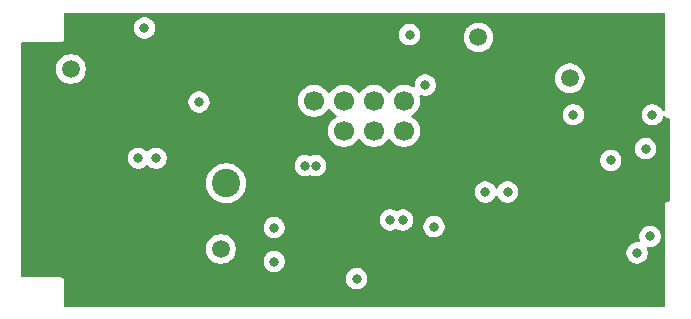
<source format=gbr>
%TF.GenerationSoftware,KiCad,Pcbnew,9.0.5*%
%TF.CreationDate,2025-10-19T11:10:53+01:00*%
%TF.ProjectId,loco-decoder-v1a,6c6f636f-2d64-4656-936f-6465722d7631,rev?*%
%TF.SameCoordinates,Original*%
%TF.FileFunction,Copper,L2,Inr*%
%TF.FilePolarity,Positive*%
%FSLAX46Y46*%
G04 Gerber Fmt 4.6, Leading zero omitted, Abs format (unit mm)*
G04 Created by KiCad (PCBNEW 9.0.5) date 2025-10-19 11:10:53*
%MOMM*%
%LPD*%
G01*
G04 APERTURE LIST*
%TA.AperFunction,ComponentPad*%
%ADD10C,1.500000*%
%TD*%
%TA.AperFunction,HeatsinkPad*%
%ADD11C,2.400000*%
%TD*%
%TA.AperFunction,ComponentPad*%
%ADD12R,1.700000X1.700000*%
%TD*%
%TA.AperFunction,ComponentPad*%
%ADD13C,1.700000*%
%TD*%
%TA.AperFunction,ViaPad*%
%ADD14C,0.800000*%
%TD*%
%TA.AperFunction,ViaPad*%
%ADD15C,2.400000*%
%TD*%
G04 APERTURE END LIST*
D10*
%TO.N,unconnected-(U1-GPIO23{slash}SCL-Pad6)*%
%TO.C,FD2*%
X86983300Y-78820000D03*
%TD*%
D11*
%TO.N,GND*%
%TO.C,U2*%
X120630000Y-64580000D03*
%TD*%
D10*
%TO.N,/v boost/+VM*%
%TO.C,TP2*%
X108775000Y-60890000D03*
%TD*%
D12*
%TO.N,GND*%
%TO.C,J4*%
X94865000Y-68815000D03*
D13*
%TO.N,3V3*%
X94865000Y-66275000D03*
%TO.N,/GPIO*%
X97405000Y-68815000D03*
%TO.N,/LED_Y*%
X97405000Y-66275000D03*
%TO.N,VBAT*%
X99945000Y-68815000D03*
%TO.N,/LED_R*%
X99945000Y-66275000D03*
%TO.N,/MOTOR_M*%
X102485000Y-68815000D03*
%TO.N,/MOTOR_P*%
X102485000Y-66275000D03*
%TD*%
D10*
%TO.N,VBUS*%
%TO.C,FD1*%
X74283300Y-63570000D03*
%TD*%
%TO.N,/motor driver/+12V0*%
%TO.C,TP1*%
X116525000Y-64360000D03*
%TD*%
D14*
%TO.N,/motor driver/+12V0*%
X116825000Y-67450000D03*
%TO.N,/PWR_IN-*%
X91500000Y-79875000D03*
%TO.N,/BAT+*%
X109375000Y-74000000D03*
X81500000Y-71125000D03*
X111250000Y-74000000D03*
X80000000Y-71125000D03*
%TO.N,/PWR_IN+*%
X91500000Y-77000000D03*
%TO.N,VBAT*%
X104284890Y-64937039D03*
D15*
X87435000Y-73250000D03*
D14*
%TO.N,GND*%
X73250000Y-72000000D03*
X109500000Y-78375000D03*
X116705000Y-76560000D03*
X107287500Y-66631450D03*
X114580000Y-66615000D03*
X76823300Y-65010000D03*
X103995000Y-81060000D03*
X111125000Y-69050000D03*
X111000000Y-78375000D03*
X102272500Y-79900000D03*
X96125000Y-80000000D03*
X98785000Y-63630000D03*
X102385000Y-62680000D03*
X84050000Y-75075000D03*
D15*
X87435000Y-70250000D03*
D14*
X76823300Y-61140000D03*
X113825000Y-61350000D03*
X99772500Y-78140000D03*
X113830000Y-62695000D03*
%TO.N,3V3*%
X102955000Y-60670000D03*
X122950000Y-70325000D03*
X80515000Y-60110000D03*
%TO.N,Net-(U1-GPIO0{slash}A0)*%
X85125000Y-66375000D03*
%TO.N,Net-(D1-+)*%
X105025000Y-76930000D03*
%TO.N,Net-(U1-GPIO1{slash}A1)*%
X98481250Y-81325000D03*
%TO.N,Net-(U4-BOOT)*%
X101325000Y-76350000D03*
%TO.N,Net-(U4-SW)*%
X102375000Y-76370000D03*
%TO.N,VBUS*%
X95000000Y-71750000D03*
X94125000Y-71750000D03*
%TO.N,/MOTOR_M*%
X119995000Y-71320000D03*
%TO.N,/MOTOR_P*%
X123520000Y-67455000D03*
%TO.N,/RAIL_M*%
X122225000Y-79150000D03*
%TO.N,/RAIL_P*%
X123325000Y-77750000D03*
%TD*%
%TA.AperFunction,Conductor*%
%TO.N,GND*%
G36*
X124517539Y-58820185D02*
G01*
X124563294Y-58872989D01*
X124574500Y-58924500D01*
X124574500Y-67024277D01*
X124554815Y-67091316D01*
X124502011Y-67137071D01*
X124432853Y-67147015D01*
X124369297Y-67117990D01*
X124335939Y-67071730D01*
X124318014Y-67028455D01*
X124318009Y-67028446D01*
X124219464Y-66880965D01*
X124219461Y-66880961D01*
X124094038Y-66755538D01*
X124094034Y-66755535D01*
X123946553Y-66656990D01*
X123946540Y-66656983D01*
X123782667Y-66589106D01*
X123782658Y-66589103D01*
X123608694Y-66554500D01*
X123608691Y-66554500D01*
X123431309Y-66554500D01*
X123431306Y-66554500D01*
X123257341Y-66589103D01*
X123257332Y-66589106D01*
X123093459Y-66656983D01*
X123093446Y-66656990D01*
X122945965Y-66755535D01*
X122945961Y-66755538D01*
X122820538Y-66880961D01*
X122820535Y-66880965D01*
X122721990Y-67028446D01*
X122721983Y-67028459D01*
X122654106Y-67192332D01*
X122654103Y-67192341D01*
X122619500Y-67366304D01*
X122619500Y-67543695D01*
X122654103Y-67717658D01*
X122654106Y-67717667D01*
X122721983Y-67881540D01*
X122721990Y-67881553D01*
X122820535Y-68029034D01*
X122820538Y-68029038D01*
X122945961Y-68154461D01*
X122945965Y-68154464D01*
X123093446Y-68253009D01*
X123093459Y-68253016D01*
X123198646Y-68296585D01*
X123257334Y-68320894D01*
X123257336Y-68320894D01*
X123257341Y-68320896D01*
X123431304Y-68355499D01*
X123431307Y-68355500D01*
X123431309Y-68355500D01*
X123608693Y-68355500D01*
X123608694Y-68355499D01*
X123666682Y-68343964D01*
X123782658Y-68320896D01*
X123782661Y-68320894D01*
X123782666Y-68320894D01*
X123946547Y-68253013D01*
X124094035Y-68154464D01*
X124219464Y-68029035D01*
X124318013Y-67881547D01*
X124385894Y-67717666D01*
X124399121Y-67651170D01*
X124431505Y-67589259D01*
X124492221Y-67554685D01*
X124561990Y-67558424D01*
X124608419Y-67587680D01*
X124612636Y-67591897D01*
X124683103Y-67662364D01*
X124775172Y-67700500D01*
X124775174Y-67700500D01*
X124896000Y-67700500D01*
X124963039Y-67720185D01*
X125008794Y-67772989D01*
X125020000Y-67824500D01*
X125020000Y-74675500D01*
X125000315Y-74742539D01*
X124947511Y-74788294D01*
X124896000Y-74799500D01*
X124775170Y-74799500D01*
X124683102Y-74837636D01*
X124612636Y-74908102D01*
X124574500Y-75000170D01*
X124574500Y-83575500D01*
X124554815Y-83642539D01*
X124502011Y-83688294D01*
X124450500Y-83699500D01*
X73799500Y-83699500D01*
X73732461Y-83679815D01*
X73686706Y-83627011D01*
X73675500Y-83575500D01*
X73675500Y-81400173D01*
X73675499Y-81400170D01*
X73637364Y-81308103D01*
X73566897Y-81237636D01*
X73563681Y-81236304D01*
X97580750Y-81236304D01*
X97580750Y-81413695D01*
X97615353Y-81587658D01*
X97615356Y-81587667D01*
X97683233Y-81751540D01*
X97683240Y-81751553D01*
X97781785Y-81899034D01*
X97781788Y-81899038D01*
X97907211Y-82024461D01*
X97907215Y-82024464D01*
X98054696Y-82123009D01*
X98054709Y-82123016D01*
X98177613Y-82173923D01*
X98218584Y-82190894D01*
X98218586Y-82190894D01*
X98218591Y-82190896D01*
X98392554Y-82225499D01*
X98392557Y-82225500D01*
X98392559Y-82225500D01*
X98569943Y-82225500D01*
X98569944Y-82225499D01*
X98627932Y-82213964D01*
X98743908Y-82190896D01*
X98743911Y-82190894D01*
X98743916Y-82190894D01*
X98907797Y-82123013D01*
X99055285Y-82024464D01*
X99180714Y-81899035D01*
X99279263Y-81751547D01*
X99347144Y-81587666D01*
X99381750Y-81413691D01*
X99381750Y-81236309D01*
X99381750Y-81236306D01*
X99381749Y-81236304D01*
X99347146Y-81062341D01*
X99347143Y-81062332D01*
X99279266Y-80898459D01*
X99279259Y-80898446D01*
X99180714Y-80750965D01*
X99180711Y-80750961D01*
X99055288Y-80625538D01*
X99055284Y-80625535D01*
X98907803Y-80526990D01*
X98907790Y-80526983D01*
X98743917Y-80459106D01*
X98743908Y-80459103D01*
X98569944Y-80424500D01*
X98569941Y-80424500D01*
X98392559Y-80424500D01*
X98392556Y-80424500D01*
X98218591Y-80459103D01*
X98218582Y-80459106D01*
X98054709Y-80526983D01*
X98054696Y-80526990D01*
X97907215Y-80625535D01*
X97907211Y-80625538D01*
X97781788Y-80750961D01*
X97781785Y-80750965D01*
X97683240Y-80898446D01*
X97683233Y-80898459D01*
X97615356Y-81062332D01*
X97615353Y-81062341D01*
X97580750Y-81236304D01*
X73563681Y-81236304D01*
X73474829Y-81199500D01*
X73474828Y-81199500D01*
X70199500Y-81199500D01*
X70132461Y-81179815D01*
X70086706Y-81127011D01*
X70075500Y-81075500D01*
X70075500Y-78721577D01*
X85732800Y-78721577D01*
X85732800Y-78918422D01*
X85763590Y-79112826D01*
X85824417Y-79300029D01*
X85900040Y-79448446D01*
X85913776Y-79475405D01*
X86029472Y-79634646D01*
X86168654Y-79773828D01*
X86327895Y-79889524D01*
X86410755Y-79931743D01*
X86503270Y-79978882D01*
X86503272Y-79978882D01*
X86503275Y-79978884D01*
X86603617Y-80011487D01*
X86690473Y-80039709D01*
X86884878Y-80070500D01*
X86884883Y-80070500D01*
X87081722Y-80070500D01*
X87276126Y-80039709D01*
X87349414Y-80015896D01*
X87463325Y-79978884D01*
X87638705Y-79889524D01*
X87780774Y-79786304D01*
X90599500Y-79786304D01*
X90599500Y-79963695D01*
X90634103Y-80137658D01*
X90634106Y-80137667D01*
X90701983Y-80301540D01*
X90701990Y-80301553D01*
X90800535Y-80449034D01*
X90800538Y-80449038D01*
X90925961Y-80574461D01*
X90925965Y-80574464D01*
X91073446Y-80673009D01*
X91073459Y-80673016D01*
X91196363Y-80723923D01*
X91237334Y-80740894D01*
X91237336Y-80740894D01*
X91237341Y-80740896D01*
X91411304Y-80775499D01*
X91411307Y-80775500D01*
X91411309Y-80775500D01*
X91588693Y-80775500D01*
X91588694Y-80775499D01*
X91646682Y-80763964D01*
X91762658Y-80740896D01*
X91762661Y-80740894D01*
X91762666Y-80740894D01*
X91926547Y-80673013D01*
X92074035Y-80574464D01*
X92199464Y-80449035D01*
X92298013Y-80301547D01*
X92365894Y-80137666D01*
X92400500Y-79963691D01*
X92400500Y-79786309D01*
X92400500Y-79786306D01*
X92400499Y-79786304D01*
X92365896Y-79612341D01*
X92365893Y-79612332D01*
X92298016Y-79448459D01*
X92298009Y-79448446D01*
X92199464Y-79300965D01*
X92199461Y-79300961D01*
X92074038Y-79175538D01*
X92048268Y-79158319D01*
X92048266Y-79158317D01*
X91926553Y-79076990D01*
X91926540Y-79076983D01*
X91888687Y-79061304D01*
X121324500Y-79061304D01*
X121324500Y-79238695D01*
X121359103Y-79412658D01*
X121359106Y-79412667D01*
X121426983Y-79576540D01*
X121426990Y-79576553D01*
X121525535Y-79724034D01*
X121525538Y-79724038D01*
X121650961Y-79849461D01*
X121650965Y-79849464D01*
X121798446Y-79948009D01*
X121798459Y-79948016D01*
X121872978Y-79978882D01*
X121962334Y-80015894D01*
X121962336Y-80015894D01*
X121962341Y-80015896D01*
X122136304Y-80050499D01*
X122136307Y-80050500D01*
X122136309Y-80050500D01*
X122313693Y-80050500D01*
X122313694Y-80050499D01*
X122371682Y-80038964D01*
X122487658Y-80015896D01*
X122487661Y-80015894D01*
X122487666Y-80015894D01*
X122651547Y-79948013D01*
X122799035Y-79849464D01*
X122924464Y-79724035D01*
X123023013Y-79576547D01*
X123090894Y-79412666D01*
X123125500Y-79238691D01*
X123125500Y-79061309D01*
X123125500Y-79061306D01*
X123125499Y-79061304D01*
X123090896Y-78887341D01*
X123090894Y-78887338D01*
X123090894Y-78887334D01*
X123059705Y-78812038D01*
X123052238Y-78742570D01*
X123083514Y-78680091D01*
X123143603Y-78644439D01*
X123198458Y-78642971D01*
X123236309Y-78650500D01*
X123413693Y-78650500D01*
X123413694Y-78650499D01*
X123471682Y-78638964D01*
X123587658Y-78615896D01*
X123587661Y-78615894D01*
X123587666Y-78615894D01*
X123751547Y-78548013D01*
X123899035Y-78449464D01*
X124024464Y-78324035D01*
X124123013Y-78176547D01*
X124190894Y-78012666D01*
X124192349Y-78005354D01*
X124220034Y-77866172D01*
X124225500Y-77838691D01*
X124225500Y-77661309D01*
X124225500Y-77661306D01*
X124225499Y-77661304D01*
X124190896Y-77487341D01*
X124190893Y-77487332D01*
X124123016Y-77323459D01*
X124123009Y-77323446D01*
X124024464Y-77175965D01*
X124024461Y-77175961D01*
X123899038Y-77050538D01*
X123899034Y-77050535D01*
X123751553Y-76951990D01*
X123751540Y-76951983D01*
X123587667Y-76884106D01*
X123587658Y-76884103D01*
X123413694Y-76849500D01*
X123413691Y-76849500D01*
X123236309Y-76849500D01*
X123236306Y-76849500D01*
X123062341Y-76884103D01*
X123062332Y-76884106D01*
X122898459Y-76951983D01*
X122898446Y-76951990D01*
X122750965Y-77050535D01*
X122750961Y-77050538D01*
X122625538Y-77175961D01*
X122625535Y-77175965D01*
X122526990Y-77323446D01*
X122526983Y-77323459D01*
X122459106Y-77487332D01*
X122459103Y-77487341D01*
X122424500Y-77661304D01*
X122424500Y-77838695D01*
X122459103Y-78012658D01*
X122459105Y-78012662D01*
X122459106Y-78012666D01*
X122477459Y-78056975D01*
X122490293Y-78087960D01*
X122497760Y-78157430D01*
X122466485Y-78219908D01*
X122406395Y-78255560D01*
X122351540Y-78257028D01*
X122313694Y-78249500D01*
X122313691Y-78249500D01*
X122136309Y-78249500D01*
X122136306Y-78249500D01*
X121962341Y-78284103D01*
X121962332Y-78284106D01*
X121798459Y-78351983D01*
X121798446Y-78351990D01*
X121650965Y-78450535D01*
X121650961Y-78450538D01*
X121525538Y-78575961D01*
X121525535Y-78575965D01*
X121426990Y-78723446D01*
X121426983Y-78723459D01*
X121359106Y-78887332D01*
X121359103Y-78887341D01*
X121324500Y-79061304D01*
X91888687Y-79061304D01*
X91762667Y-79009106D01*
X91762658Y-79009103D01*
X91588694Y-78974500D01*
X91588691Y-78974500D01*
X91411309Y-78974500D01*
X91411306Y-78974500D01*
X91237341Y-79009103D01*
X91237332Y-79009106D01*
X91073459Y-79076983D01*
X91073446Y-79076990D01*
X90925965Y-79175535D01*
X90925961Y-79175538D01*
X90800538Y-79300961D01*
X90800535Y-79300965D01*
X90701990Y-79448446D01*
X90701983Y-79448459D01*
X90634106Y-79612332D01*
X90634103Y-79612341D01*
X90599500Y-79786304D01*
X87780774Y-79786304D01*
X87797946Y-79773828D01*
X87937128Y-79634646D01*
X88052824Y-79475405D01*
X88142184Y-79300025D01*
X88203009Y-79112826D01*
X88208686Y-79076983D01*
X88233800Y-78918422D01*
X88233800Y-78721577D01*
X88203009Y-78527173D01*
X88174787Y-78440317D01*
X88142184Y-78339975D01*
X88142182Y-78339972D01*
X88142182Y-78339970D01*
X88081007Y-78219908D01*
X88052824Y-78164595D01*
X87937128Y-78005354D01*
X87797946Y-77866172D01*
X87638705Y-77750476D01*
X87463329Y-77661117D01*
X87276126Y-77600290D01*
X87081722Y-77569500D01*
X87081717Y-77569500D01*
X86884883Y-77569500D01*
X86884878Y-77569500D01*
X86690473Y-77600290D01*
X86503270Y-77661117D01*
X86327894Y-77750476D01*
X86265384Y-77795893D01*
X86168654Y-77866172D01*
X86168652Y-77866174D01*
X86168651Y-77866174D01*
X86029474Y-78005351D01*
X86029474Y-78005352D01*
X86029472Y-78005354D01*
X86024159Y-78012667D01*
X85913776Y-78164594D01*
X85824417Y-78339970D01*
X85763590Y-78527173D01*
X85732800Y-78721577D01*
X70075500Y-78721577D01*
X70075500Y-76911304D01*
X90599500Y-76911304D01*
X90599500Y-77088695D01*
X90634103Y-77262658D01*
X90634106Y-77262667D01*
X90701983Y-77426540D01*
X90701990Y-77426553D01*
X90800535Y-77574034D01*
X90800538Y-77574038D01*
X90925961Y-77699461D01*
X90925965Y-77699464D01*
X91073446Y-77798009D01*
X91073459Y-77798016D01*
X91151882Y-77830499D01*
X91237334Y-77865894D01*
X91237336Y-77865894D01*
X91237341Y-77865896D01*
X91411304Y-77900499D01*
X91411307Y-77900500D01*
X91411309Y-77900500D01*
X91588693Y-77900500D01*
X91588694Y-77900499D01*
X91646682Y-77888964D01*
X91762658Y-77865896D01*
X91762661Y-77865894D01*
X91762666Y-77865894D01*
X91926547Y-77798013D01*
X92074035Y-77699464D01*
X92199464Y-77574035D01*
X92298013Y-77426547D01*
X92365894Y-77262666D01*
X92368315Y-77250499D01*
X92400499Y-77088695D01*
X92400500Y-77088693D01*
X92400500Y-76911306D01*
X92400499Y-76911304D01*
X92365896Y-76737341D01*
X92365893Y-76737332D01*
X92298016Y-76573459D01*
X92298009Y-76573446D01*
X92199464Y-76425965D01*
X92199461Y-76425961D01*
X92074038Y-76300538D01*
X92074034Y-76300535D01*
X92015321Y-76261304D01*
X100424500Y-76261304D01*
X100424500Y-76438695D01*
X100459103Y-76612658D01*
X100459106Y-76612667D01*
X100526983Y-76776540D01*
X100526990Y-76776553D01*
X100625535Y-76924034D01*
X100625538Y-76924038D01*
X100750961Y-77049461D01*
X100750965Y-77049464D01*
X100898446Y-77148009D01*
X100898459Y-77148016D01*
X101006237Y-77192658D01*
X101062334Y-77215894D01*
X101062336Y-77215894D01*
X101062341Y-77215896D01*
X101236304Y-77250499D01*
X101236307Y-77250500D01*
X101236309Y-77250500D01*
X101413693Y-77250500D01*
X101413694Y-77250499D01*
X101487125Y-77235893D01*
X101587658Y-77215896D01*
X101587661Y-77215894D01*
X101587666Y-77215894D01*
X101751547Y-77148013D01*
X101766143Y-77138259D01*
X101832817Y-77117381D01*
X101900197Y-77135863D01*
X101903899Y-77138242D01*
X101948453Y-77168013D01*
X101948455Y-77168014D01*
X101948457Y-77168015D01*
X102057707Y-77213267D01*
X102112334Y-77235894D01*
X102112336Y-77235894D01*
X102112341Y-77235896D01*
X102286304Y-77270499D01*
X102286307Y-77270500D01*
X102286309Y-77270500D01*
X102463693Y-77270500D01*
X102463694Y-77270499D01*
X102521682Y-77258964D01*
X102637658Y-77235896D01*
X102637661Y-77235894D01*
X102637666Y-77235894D01*
X102801547Y-77168013D01*
X102949035Y-77069464D01*
X103074464Y-76944035D01*
X103143107Y-76841304D01*
X104124500Y-76841304D01*
X104124500Y-77018695D01*
X104159103Y-77192658D01*
X104159106Y-77192667D01*
X104226983Y-77356540D01*
X104226990Y-77356553D01*
X104325535Y-77504034D01*
X104325538Y-77504038D01*
X104450961Y-77629461D01*
X104450965Y-77629464D01*
X104598446Y-77728009D01*
X104598459Y-77728016D01*
X104721363Y-77778923D01*
X104762334Y-77795894D01*
X104762336Y-77795894D01*
X104762341Y-77795896D01*
X104936304Y-77830499D01*
X104936307Y-77830500D01*
X104936309Y-77830500D01*
X105113693Y-77830500D01*
X105113694Y-77830499D01*
X105171682Y-77818964D01*
X105287658Y-77795896D01*
X105287661Y-77795894D01*
X105287666Y-77795894D01*
X105451547Y-77728013D01*
X105599035Y-77629464D01*
X105724464Y-77504035D01*
X105823013Y-77356547D01*
X105890894Y-77192666D01*
X105895798Y-77168016D01*
X105925499Y-77018695D01*
X105925500Y-77018693D01*
X105925500Y-76841306D01*
X105925499Y-76841304D01*
X105890896Y-76667341D01*
X105890893Y-76667332D01*
X105823016Y-76503459D01*
X105823009Y-76503446D01*
X105724464Y-76355965D01*
X105724461Y-76355961D01*
X105599038Y-76230538D01*
X105599034Y-76230535D01*
X105451553Y-76131990D01*
X105451540Y-76131983D01*
X105287667Y-76064106D01*
X105287658Y-76064103D01*
X105113694Y-76029500D01*
X105113691Y-76029500D01*
X104936309Y-76029500D01*
X104936306Y-76029500D01*
X104762341Y-76064103D01*
X104762332Y-76064106D01*
X104598459Y-76131983D01*
X104598446Y-76131990D01*
X104450965Y-76230535D01*
X104450961Y-76230538D01*
X104325538Y-76355961D01*
X104325535Y-76355965D01*
X104226990Y-76503446D01*
X104226983Y-76503459D01*
X104159106Y-76667332D01*
X104159103Y-76667341D01*
X104124500Y-76841304D01*
X103143107Y-76841304D01*
X103173013Y-76796547D01*
X103240894Y-76632666D01*
X103244873Y-76612666D01*
X103275499Y-76458695D01*
X103275500Y-76458693D01*
X103275500Y-76281306D01*
X103275499Y-76281304D01*
X103240896Y-76107341D01*
X103240893Y-76107332D01*
X103173016Y-75943459D01*
X103173009Y-75943446D01*
X103074464Y-75795965D01*
X103074461Y-75795961D01*
X102949038Y-75670538D01*
X102949034Y-75670535D01*
X102801553Y-75571990D01*
X102801540Y-75571983D01*
X102637667Y-75504106D01*
X102637658Y-75504103D01*
X102463694Y-75469500D01*
X102463691Y-75469500D01*
X102286309Y-75469500D01*
X102286306Y-75469500D01*
X102112341Y-75504103D01*
X102112332Y-75504106D01*
X101948460Y-75571983D01*
X101948449Y-75571989D01*
X101933851Y-75581743D01*
X101867172Y-75602617D01*
X101799793Y-75584129D01*
X101796091Y-75581750D01*
X101751547Y-75551987D01*
X101751540Y-75551983D01*
X101587667Y-75484106D01*
X101587658Y-75484103D01*
X101413694Y-75449500D01*
X101413691Y-75449500D01*
X101236309Y-75449500D01*
X101236306Y-75449500D01*
X101062341Y-75484103D01*
X101062332Y-75484106D01*
X100898459Y-75551983D01*
X100898446Y-75551990D01*
X100750965Y-75650535D01*
X100750961Y-75650538D01*
X100625538Y-75775961D01*
X100625535Y-75775965D01*
X100526990Y-75923446D01*
X100526983Y-75923459D01*
X100459106Y-76087332D01*
X100459103Y-76087341D01*
X100424500Y-76261304D01*
X92015321Y-76261304D01*
X91926553Y-76201990D01*
X91926540Y-76201983D01*
X91762667Y-76134106D01*
X91762658Y-76134103D01*
X91588694Y-76099500D01*
X91588691Y-76099500D01*
X91411309Y-76099500D01*
X91411306Y-76099500D01*
X91237341Y-76134103D01*
X91237332Y-76134106D01*
X91073459Y-76201983D01*
X91073446Y-76201990D01*
X90925965Y-76300535D01*
X90925961Y-76300538D01*
X90800538Y-76425961D01*
X90800535Y-76425965D01*
X90701990Y-76573446D01*
X90701983Y-76573459D01*
X90634106Y-76737332D01*
X90634103Y-76737341D01*
X90599500Y-76911304D01*
X70075500Y-76911304D01*
X70075500Y-73138549D01*
X85734500Y-73138549D01*
X85734500Y-73361450D01*
X85734501Y-73361466D01*
X85763594Y-73582452D01*
X85763595Y-73582457D01*
X85763596Y-73582463D01*
X85821290Y-73797780D01*
X85821293Y-73797790D01*
X85906593Y-74003722D01*
X85906595Y-74003726D01*
X86018052Y-74196774D01*
X86018057Y-74196780D01*
X86018058Y-74196782D01*
X86153751Y-74373622D01*
X86153757Y-74373629D01*
X86311370Y-74531242D01*
X86311377Y-74531248D01*
X86437294Y-74627867D01*
X86488226Y-74666948D01*
X86681274Y-74778405D01*
X86887219Y-74863710D01*
X87102537Y-74921404D01*
X87323543Y-74950500D01*
X87323550Y-74950500D01*
X87546450Y-74950500D01*
X87546457Y-74950500D01*
X87767463Y-74921404D01*
X87982781Y-74863710D01*
X88188726Y-74778405D01*
X88381774Y-74666948D01*
X88558624Y-74531247D01*
X88716247Y-74373624D01*
X88851948Y-74196774D01*
X88963405Y-74003726D01*
X89001687Y-73911306D01*
X89001688Y-73911304D01*
X108474500Y-73911304D01*
X108474500Y-74088695D01*
X108509103Y-74262658D01*
X108509106Y-74262667D01*
X108576983Y-74426540D01*
X108576990Y-74426553D01*
X108675535Y-74574034D01*
X108675538Y-74574038D01*
X108800961Y-74699461D01*
X108800965Y-74699464D01*
X108948446Y-74798009D01*
X108948459Y-74798016D01*
X109044112Y-74837636D01*
X109112334Y-74865894D01*
X109112336Y-74865894D01*
X109112341Y-74865896D01*
X109286304Y-74900499D01*
X109286307Y-74900500D01*
X109286309Y-74900500D01*
X109463693Y-74900500D01*
X109463694Y-74900499D01*
X109521682Y-74888964D01*
X109637658Y-74865896D01*
X109637661Y-74865894D01*
X109637666Y-74865894D01*
X109801547Y-74798013D01*
X109949035Y-74699464D01*
X110074464Y-74574035D01*
X110173013Y-74426547D01*
X110197939Y-74366367D01*
X110241779Y-74311967D01*
X110308073Y-74289901D01*
X110375772Y-74307180D01*
X110423383Y-74358316D01*
X110427052Y-74366349D01*
X110451984Y-74426540D01*
X110451988Y-74426549D01*
X110451990Y-74426553D01*
X110550535Y-74574034D01*
X110550538Y-74574038D01*
X110675961Y-74699461D01*
X110675965Y-74699464D01*
X110823446Y-74798009D01*
X110823459Y-74798016D01*
X110919112Y-74837636D01*
X110987334Y-74865894D01*
X110987336Y-74865894D01*
X110987341Y-74865896D01*
X111161304Y-74900499D01*
X111161307Y-74900500D01*
X111161309Y-74900500D01*
X111338693Y-74900500D01*
X111338694Y-74900499D01*
X111396682Y-74888964D01*
X111512658Y-74865896D01*
X111512661Y-74865894D01*
X111512666Y-74865894D01*
X111676547Y-74798013D01*
X111824035Y-74699464D01*
X111949464Y-74574035D01*
X112048013Y-74426547D01*
X112115894Y-74262666D01*
X112150500Y-74088691D01*
X112150500Y-73911309D01*
X112150500Y-73911306D01*
X112150499Y-73911304D01*
X112115896Y-73737341D01*
X112115893Y-73737332D01*
X112048016Y-73573459D01*
X112048009Y-73573446D01*
X111949464Y-73425965D01*
X111949461Y-73425961D01*
X111824038Y-73300538D01*
X111824034Y-73300535D01*
X111676553Y-73201990D01*
X111676540Y-73201983D01*
X111512667Y-73134106D01*
X111512658Y-73134103D01*
X111338694Y-73099500D01*
X111338691Y-73099500D01*
X111161309Y-73099500D01*
X111161306Y-73099500D01*
X110987341Y-73134103D01*
X110987332Y-73134106D01*
X110823459Y-73201983D01*
X110823446Y-73201990D01*
X110675965Y-73300535D01*
X110675961Y-73300538D01*
X110550538Y-73425961D01*
X110550535Y-73425965D01*
X110451990Y-73573446D01*
X110451983Y-73573459D01*
X110427061Y-73633629D01*
X110383220Y-73688033D01*
X110316926Y-73710098D01*
X110249227Y-73692819D01*
X110201616Y-73641682D01*
X110197939Y-73633629D01*
X110173016Y-73573459D01*
X110173009Y-73573446D01*
X110074464Y-73425965D01*
X110074461Y-73425961D01*
X109949038Y-73300538D01*
X109949034Y-73300535D01*
X109801553Y-73201990D01*
X109801540Y-73201983D01*
X109637667Y-73134106D01*
X109637658Y-73134103D01*
X109463694Y-73099500D01*
X109463691Y-73099500D01*
X109286309Y-73099500D01*
X109286306Y-73099500D01*
X109112341Y-73134103D01*
X109112332Y-73134106D01*
X108948459Y-73201983D01*
X108948446Y-73201990D01*
X108800965Y-73300535D01*
X108800961Y-73300538D01*
X108675538Y-73425961D01*
X108675535Y-73425965D01*
X108576990Y-73573446D01*
X108576983Y-73573459D01*
X108509106Y-73737332D01*
X108509103Y-73737341D01*
X108474500Y-73911304D01*
X89001688Y-73911304D01*
X89023865Y-73857764D01*
X89023865Y-73857762D01*
X89048704Y-73797796D01*
X89048706Y-73797790D01*
X89048710Y-73797781D01*
X89106404Y-73582463D01*
X89135500Y-73361457D01*
X89135500Y-73138543D01*
X89106404Y-72917537D01*
X89048710Y-72702219D01*
X88963405Y-72496274D01*
X88851948Y-72303226D01*
X88812867Y-72252294D01*
X88716248Y-72126377D01*
X88716242Y-72126370D01*
X88558629Y-71968757D01*
X88558622Y-71968751D01*
X88381782Y-71833058D01*
X88381780Y-71833057D01*
X88381774Y-71833052D01*
X88259754Y-71762603D01*
X88259753Y-71762602D01*
X88188733Y-71721598D01*
X88188722Y-71721593D01*
X88043172Y-71661304D01*
X93224500Y-71661304D01*
X93224500Y-71838695D01*
X93259103Y-72012658D01*
X93259106Y-72012667D01*
X93326983Y-72176540D01*
X93326990Y-72176553D01*
X93425535Y-72324034D01*
X93425538Y-72324038D01*
X93550961Y-72449461D01*
X93550965Y-72449464D01*
X93698446Y-72548009D01*
X93698459Y-72548016D01*
X93734951Y-72563131D01*
X93862334Y-72615894D01*
X93862336Y-72615894D01*
X93862341Y-72615896D01*
X94036304Y-72650499D01*
X94036307Y-72650500D01*
X94036309Y-72650500D01*
X94213693Y-72650500D01*
X94213694Y-72650499D01*
X94271682Y-72638964D01*
X94387658Y-72615896D01*
X94387661Y-72615894D01*
X94387666Y-72615894D01*
X94515048Y-72563130D01*
X94584517Y-72555662D01*
X94609950Y-72563130D01*
X94737334Y-72615894D01*
X94737336Y-72615894D01*
X94737341Y-72615896D01*
X94911304Y-72650499D01*
X94911307Y-72650500D01*
X94911309Y-72650500D01*
X95088693Y-72650500D01*
X95088694Y-72650499D01*
X95146682Y-72638964D01*
X95262658Y-72615896D01*
X95262661Y-72615894D01*
X95262666Y-72615894D01*
X95402535Y-72557958D01*
X95426540Y-72548016D01*
X95426540Y-72548015D01*
X95426547Y-72548013D01*
X95574035Y-72449464D01*
X95699464Y-72324035D01*
X95798013Y-72176547D01*
X95865894Y-72012666D01*
X95870225Y-71990896D01*
X95900499Y-71838695D01*
X95900500Y-71838693D01*
X95900500Y-71661306D01*
X95900499Y-71661304D01*
X95865896Y-71487341D01*
X95865893Y-71487332D01*
X95798016Y-71323459D01*
X95798009Y-71323446D01*
X95778406Y-71294108D01*
X95736441Y-71231304D01*
X119094500Y-71231304D01*
X119094500Y-71408695D01*
X119129103Y-71582658D01*
X119129106Y-71582667D01*
X119196983Y-71746540D01*
X119196990Y-71746553D01*
X119295535Y-71894034D01*
X119295538Y-71894038D01*
X119420961Y-72019461D01*
X119420965Y-72019464D01*
X119568446Y-72118009D01*
X119568459Y-72118016D01*
X119691363Y-72168923D01*
X119732334Y-72185894D01*
X119732336Y-72185894D01*
X119732341Y-72185896D01*
X119906304Y-72220499D01*
X119906307Y-72220500D01*
X119906309Y-72220500D01*
X120083693Y-72220500D01*
X120083694Y-72220499D01*
X120141682Y-72208964D01*
X120257658Y-72185896D01*
X120257661Y-72185894D01*
X120257666Y-72185894D01*
X120421547Y-72118013D01*
X120569035Y-72019464D01*
X120694464Y-71894035D01*
X120793013Y-71746547D01*
X120860894Y-71582666D01*
X120861704Y-71578597D01*
X120895499Y-71408695D01*
X120895500Y-71408693D01*
X120895500Y-71231306D01*
X120895499Y-71231304D01*
X120860896Y-71057341D01*
X120860893Y-71057332D01*
X120793016Y-70893459D01*
X120793009Y-70893446D01*
X120694464Y-70745965D01*
X120694461Y-70745961D01*
X120569038Y-70620538D01*
X120569034Y-70620535D01*
X120421553Y-70521990D01*
X120421540Y-70521983D01*
X120257667Y-70454106D01*
X120257658Y-70454103D01*
X120083694Y-70419500D01*
X120083691Y-70419500D01*
X119906309Y-70419500D01*
X119906306Y-70419500D01*
X119732341Y-70454103D01*
X119732332Y-70454106D01*
X119568459Y-70521983D01*
X119568446Y-70521990D01*
X119420965Y-70620535D01*
X119420961Y-70620538D01*
X119295538Y-70745961D01*
X119295535Y-70745965D01*
X119196990Y-70893446D01*
X119196983Y-70893459D01*
X119129106Y-71057332D01*
X119129103Y-71057341D01*
X119094500Y-71231304D01*
X95736441Y-71231304D01*
X95699464Y-71175965D01*
X95699461Y-71175961D01*
X95574038Y-71050538D01*
X95574034Y-71050535D01*
X95426553Y-70951990D01*
X95426540Y-70951983D01*
X95262667Y-70884106D01*
X95262658Y-70884103D01*
X95088694Y-70849500D01*
X95088691Y-70849500D01*
X94911309Y-70849500D01*
X94911306Y-70849500D01*
X94737341Y-70884103D01*
X94737332Y-70884106D01*
X94636450Y-70925892D01*
X94609951Y-70936869D01*
X94540483Y-70944338D01*
X94515049Y-70936869D01*
X94471176Y-70918696D01*
X94387667Y-70884106D01*
X94387658Y-70884103D01*
X94213694Y-70849500D01*
X94213691Y-70849500D01*
X94036309Y-70849500D01*
X94036306Y-70849500D01*
X93862341Y-70884103D01*
X93862332Y-70884106D01*
X93698459Y-70951983D01*
X93698446Y-70951990D01*
X93550965Y-71050535D01*
X93550961Y-71050538D01*
X93425538Y-71175961D01*
X93425535Y-71175965D01*
X93326990Y-71323446D01*
X93326983Y-71323459D01*
X93259106Y-71487332D01*
X93259103Y-71487341D01*
X93224500Y-71661304D01*
X88043172Y-71661304D01*
X87982790Y-71636293D01*
X87982783Y-71636291D01*
X87982781Y-71636290D01*
X87767463Y-71578596D01*
X87767457Y-71578595D01*
X87767452Y-71578594D01*
X87546466Y-71549501D01*
X87546463Y-71549500D01*
X87546457Y-71549500D01*
X87323543Y-71549500D01*
X87323537Y-71549500D01*
X87323533Y-71549501D01*
X87102547Y-71578594D01*
X87102540Y-71578595D01*
X87102537Y-71578596D01*
X87087344Y-71582667D01*
X86887219Y-71636290D01*
X86887209Y-71636293D01*
X86681277Y-71721593D01*
X86681273Y-71721595D01*
X86488226Y-71833052D01*
X86488217Y-71833058D01*
X86311377Y-71968751D01*
X86311370Y-71968757D01*
X86153757Y-72126370D01*
X86153751Y-72126377D01*
X86018058Y-72303217D01*
X86018052Y-72303226D01*
X85906595Y-72496273D01*
X85906593Y-72496277D01*
X85821293Y-72702209D01*
X85821290Y-72702219D01*
X85763597Y-72917534D01*
X85763594Y-72917547D01*
X85734501Y-73138533D01*
X85734500Y-73138549D01*
X70075500Y-73138549D01*
X70075500Y-71036304D01*
X79099500Y-71036304D01*
X79099500Y-71213695D01*
X79134103Y-71387658D01*
X79134106Y-71387667D01*
X79201983Y-71551540D01*
X79201990Y-71551553D01*
X79300535Y-71699034D01*
X79300538Y-71699038D01*
X79425961Y-71824461D01*
X79425965Y-71824464D01*
X79573446Y-71923009D01*
X79573459Y-71923016D01*
X79683875Y-71968751D01*
X79737334Y-71990894D01*
X79737336Y-71990894D01*
X79737341Y-71990896D01*
X79911304Y-72025499D01*
X79911307Y-72025500D01*
X79911309Y-72025500D01*
X80088693Y-72025500D01*
X80088694Y-72025499D01*
X80146682Y-72013964D01*
X80262658Y-71990896D01*
X80262661Y-71990894D01*
X80262666Y-71990894D01*
X80426547Y-71923013D01*
X80574035Y-71824464D01*
X80574038Y-71824461D01*
X80662319Y-71736181D01*
X80723642Y-71702696D01*
X80793334Y-71707680D01*
X80837681Y-71736181D01*
X80925961Y-71824461D01*
X80925965Y-71824464D01*
X81073446Y-71923009D01*
X81073459Y-71923016D01*
X81183875Y-71968751D01*
X81237334Y-71990894D01*
X81237336Y-71990894D01*
X81237341Y-71990896D01*
X81411304Y-72025499D01*
X81411307Y-72025500D01*
X81411309Y-72025500D01*
X81588693Y-72025500D01*
X81588694Y-72025499D01*
X81646682Y-72013964D01*
X81762658Y-71990896D01*
X81762661Y-71990894D01*
X81762666Y-71990894D01*
X81926547Y-71923013D01*
X82074035Y-71824464D01*
X82199464Y-71699035D01*
X82298013Y-71551547D01*
X82298861Y-71549501D01*
X82324608Y-71487341D01*
X82365894Y-71387666D01*
X82400500Y-71213691D01*
X82400500Y-71036309D01*
X82400500Y-71036306D01*
X82400499Y-71036304D01*
X82365896Y-70862341D01*
X82365893Y-70862332D01*
X82298016Y-70698459D01*
X82298009Y-70698446D01*
X82199464Y-70550965D01*
X82199461Y-70550961D01*
X82074038Y-70425538D01*
X82074034Y-70425535D01*
X81926553Y-70326990D01*
X81926540Y-70326983D01*
X81762667Y-70259106D01*
X81762658Y-70259103D01*
X81648038Y-70236304D01*
X122049500Y-70236304D01*
X122049500Y-70413695D01*
X122084103Y-70587658D01*
X122084106Y-70587667D01*
X122151983Y-70751540D01*
X122151990Y-70751553D01*
X122250535Y-70899034D01*
X122250538Y-70899038D01*
X122375961Y-71024461D01*
X122375965Y-71024464D01*
X122523446Y-71123009D01*
X122523459Y-71123016D01*
X122646363Y-71173923D01*
X122687334Y-71190894D01*
X122687336Y-71190894D01*
X122687341Y-71190896D01*
X122861304Y-71225499D01*
X122861307Y-71225500D01*
X122861309Y-71225500D01*
X123038693Y-71225500D01*
X123038694Y-71225499D01*
X123098058Y-71213691D01*
X123212658Y-71190896D01*
X123212661Y-71190894D01*
X123212666Y-71190894D01*
X123376547Y-71123013D01*
X123524035Y-71024464D01*
X123649464Y-70899035D01*
X123748013Y-70751547D01*
X123815894Y-70587666D01*
X123823195Y-70550965D01*
X123842461Y-70454106D01*
X123850500Y-70413691D01*
X123850500Y-70236309D01*
X123850500Y-70236306D01*
X123850499Y-70236304D01*
X123815896Y-70062341D01*
X123815893Y-70062332D01*
X123748016Y-69898459D01*
X123748009Y-69898446D01*
X123649464Y-69750965D01*
X123649461Y-69750961D01*
X123524038Y-69625538D01*
X123524034Y-69625535D01*
X123376553Y-69526990D01*
X123376540Y-69526983D01*
X123212667Y-69459106D01*
X123212658Y-69459103D01*
X123038694Y-69424500D01*
X123038691Y-69424500D01*
X122861309Y-69424500D01*
X122861306Y-69424500D01*
X122687341Y-69459103D01*
X122687332Y-69459106D01*
X122523459Y-69526983D01*
X122523446Y-69526990D01*
X122375965Y-69625535D01*
X122375961Y-69625538D01*
X122250538Y-69750961D01*
X122250535Y-69750965D01*
X122151990Y-69898446D01*
X122151983Y-69898459D01*
X122084106Y-70062332D01*
X122084103Y-70062341D01*
X122049500Y-70236304D01*
X81648038Y-70236304D01*
X81588694Y-70224500D01*
X81588691Y-70224500D01*
X81411309Y-70224500D01*
X81411306Y-70224500D01*
X81237341Y-70259103D01*
X81237332Y-70259106D01*
X81073459Y-70326983D01*
X81073446Y-70326990D01*
X80925965Y-70425535D01*
X80925961Y-70425538D01*
X80837681Y-70513819D01*
X80776358Y-70547304D01*
X80706666Y-70542320D01*
X80662319Y-70513819D01*
X80574038Y-70425538D01*
X80574034Y-70425535D01*
X80426553Y-70326990D01*
X80426540Y-70326983D01*
X80262667Y-70259106D01*
X80262658Y-70259103D01*
X80088694Y-70224500D01*
X80088691Y-70224500D01*
X79911309Y-70224500D01*
X79911306Y-70224500D01*
X79737341Y-70259103D01*
X79737332Y-70259106D01*
X79573459Y-70326983D01*
X79573446Y-70326990D01*
X79425965Y-70425535D01*
X79425961Y-70425538D01*
X79300538Y-70550961D01*
X79300535Y-70550965D01*
X79201990Y-70698446D01*
X79201983Y-70698459D01*
X79134106Y-70862332D01*
X79134103Y-70862341D01*
X79099500Y-71036304D01*
X70075500Y-71036304D01*
X70075500Y-66286304D01*
X84224500Y-66286304D01*
X84224500Y-66463695D01*
X84259103Y-66637658D01*
X84259106Y-66637667D01*
X84326983Y-66801540D01*
X84326990Y-66801553D01*
X84425535Y-66949034D01*
X84425538Y-66949038D01*
X84550961Y-67074461D01*
X84550965Y-67074464D01*
X84698446Y-67173009D01*
X84698459Y-67173016D01*
X84821363Y-67223923D01*
X84862334Y-67240894D01*
X84862336Y-67240894D01*
X84862341Y-67240896D01*
X85036304Y-67275499D01*
X85036307Y-67275500D01*
X85036309Y-67275500D01*
X85213693Y-67275500D01*
X85213694Y-67275499D01*
X85271682Y-67263964D01*
X85387658Y-67240896D01*
X85387661Y-67240894D01*
X85387666Y-67240894D01*
X85551547Y-67173013D01*
X85699035Y-67074464D01*
X85824464Y-66949035D01*
X85923013Y-66801547D01*
X85990894Y-66637666D01*
X86001549Y-66584103D01*
X86025499Y-66463695D01*
X86025500Y-66463693D01*
X86025500Y-66286306D01*
X86025499Y-66286304D01*
X86005952Y-66188032D01*
X86002109Y-66168713D01*
X93514500Y-66168713D01*
X93514500Y-66381286D01*
X93547415Y-66589106D01*
X93547754Y-66591243D01*
X93601136Y-66755536D01*
X93613444Y-66793414D01*
X93709951Y-66982820D01*
X93834890Y-67154786D01*
X93985213Y-67305109D01*
X94157179Y-67430048D01*
X94157181Y-67430049D01*
X94157184Y-67430051D01*
X94346588Y-67526557D01*
X94548757Y-67592246D01*
X94758713Y-67625500D01*
X94758714Y-67625500D01*
X94971286Y-67625500D01*
X94971287Y-67625500D01*
X95181243Y-67592246D01*
X95383412Y-67526557D01*
X95572816Y-67430051D01*
X95667439Y-67361304D01*
X95744786Y-67305109D01*
X95744788Y-67305106D01*
X95744792Y-67305104D01*
X95895104Y-67154792D01*
X95895106Y-67154788D01*
X95895109Y-67154786D01*
X96020048Y-66982820D01*
X96020047Y-66982820D01*
X96020051Y-66982816D01*
X96024514Y-66974054D01*
X96072488Y-66923259D01*
X96140308Y-66906463D01*
X96206444Y-66928999D01*
X96245486Y-66974056D01*
X96249951Y-66982820D01*
X96374890Y-67154786D01*
X96525213Y-67305109D01*
X96697182Y-67430050D01*
X96705946Y-67434516D01*
X96756742Y-67482491D01*
X96773536Y-67550312D01*
X96750998Y-67616447D01*
X96705946Y-67655484D01*
X96697182Y-67659949D01*
X96525213Y-67784890D01*
X96374890Y-67935213D01*
X96249951Y-68107179D01*
X96153444Y-68296585D01*
X96087753Y-68498760D01*
X96054500Y-68708713D01*
X96054500Y-68921286D01*
X96087753Y-69131239D01*
X96153444Y-69333414D01*
X96249951Y-69522820D01*
X96374890Y-69694786D01*
X96525213Y-69845109D01*
X96697179Y-69970048D01*
X96697181Y-69970049D01*
X96697184Y-69970051D01*
X96886588Y-70066557D01*
X97088757Y-70132246D01*
X97298713Y-70165500D01*
X97298714Y-70165500D01*
X97511286Y-70165500D01*
X97511287Y-70165500D01*
X97721243Y-70132246D01*
X97923412Y-70066557D01*
X98112816Y-69970051D01*
X98211373Y-69898446D01*
X98284786Y-69845109D01*
X98284788Y-69845106D01*
X98284792Y-69845104D01*
X98435104Y-69694792D01*
X98435106Y-69694788D01*
X98435109Y-69694786D01*
X98557021Y-69526987D01*
X98560051Y-69522816D01*
X98564514Y-69514054D01*
X98612488Y-69463259D01*
X98680308Y-69446463D01*
X98746444Y-69468999D01*
X98785486Y-69514056D01*
X98789951Y-69522820D01*
X98914890Y-69694786D01*
X99065213Y-69845109D01*
X99237179Y-69970048D01*
X99237181Y-69970049D01*
X99237184Y-69970051D01*
X99426588Y-70066557D01*
X99628757Y-70132246D01*
X99838713Y-70165500D01*
X99838714Y-70165500D01*
X100051286Y-70165500D01*
X100051287Y-70165500D01*
X100261243Y-70132246D01*
X100463412Y-70066557D01*
X100652816Y-69970051D01*
X100751373Y-69898446D01*
X100824786Y-69845109D01*
X100824788Y-69845106D01*
X100824792Y-69845104D01*
X100975104Y-69694792D01*
X100975106Y-69694788D01*
X100975109Y-69694786D01*
X101097021Y-69526987D01*
X101100051Y-69522816D01*
X101104514Y-69514054D01*
X101152488Y-69463259D01*
X101220308Y-69446463D01*
X101286444Y-69468999D01*
X101325486Y-69514056D01*
X101329951Y-69522820D01*
X101454890Y-69694786D01*
X101605213Y-69845109D01*
X101777179Y-69970048D01*
X101777181Y-69970049D01*
X101777184Y-69970051D01*
X101966588Y-70066557D01*
X102168757Y-70132246D01*
X102378713Y-70165500D01*
X102378714Y-70165500D01*
X102591286Y-70165500D01*
X102591287Y-70165500D01*
X102801243Y-70132246D01*
X103003412Y-70066557D01*
X103192816Y-69970051D01*
X103291373Y-69898446D01*
X103364786Y-69845109D01*
X103364788Y-69845106D01*
X103364792Y-69845104D01*
X103515104Y-69694792D01*
X103515106Y-69694788D01*
X103515109Y-69694786D01*
X103637021Y-69526987D01*
X103640051Y-69522816D01*
X103736557Y-69333412D01*
X103802246Y-69131243D01*
X103835500Y-68921287D01*
X103835500Y-68708713D01*
X103802246Y-68498757D01*
X103736557Y-68296588D01*
X103640051Y-68107184D01*
X103640049Y-68107181D01*
X103640048Y-68107179D01*
X103515109Y-67935213D01*
X103364786Y-67784890D01*
X103192820Y-67659951D01*
X103192115Y-67659591D01*
X103184054Y-67655485D01*
X103133259Y-67607512D01*
X103116463Y-67539692D01*
X103138999Y-67473556D01*
X103184054Y-67434515D01*
X103192816Y-67430051D01*
X103287439Y-67361304D01*
X115924500Y-67361304D01*
X115924500Y-67538695D01*
X115959103Y-67712658D01*
X115959106Y-67712667D01*
X116026983Y-67876540D01*
X116026990Y-67876553D01*
X116125535Y-68024034D01*
X116125538Y-68024038D01*
X116250961Y-68149461D01*
X116250965Y-68149464D01*
X116398446Y-68248009D01*
X116398459Y-68248016D01*
X116515717Y-68296585D01*
X116562334Y-68315894D01*
X116562336Y-68315894D01*
X116562341Y-68315896D01*
X116736304Y-68350499D01*
X116736307Y-68350500D01*
X116736309Y-68350500D01*
X116913693Y-68350500D01*
X116913694Y-68350499D01*
X116971682Y-68338964D01*
X117087658Y-68315896D01*
X117087661Y-68315894D01*
X117087666Y-68315894D01*
X117239476Y-68253013D01*
X117251540Y-68248016D01*
X117251540Y-68248015D01*
X117251547Y-68248013D01*
X117399035Y-68149464D01*
X117524464Y-68024035D01*
X117623013Y-67876547D01*
X117690894Y-67712666D01*
X117693315Y-67700499D01*
X117721575Y-67558424D01*
X117725500Y-67538691D01*
X117725500Y-67361309D01*
X117725500Y-67361306D01*
X117725499Y-67361304D01*
X117690896Y-67187341D01*
X117690893Y-67187332D01*
X117623016Y-67023459D01*
X117623009Y-67023446D01*
X117524464Y-66875965D01*
X117524461Y-66875961D01*
X117399038Y-66750538D01*
X117399034Y-66750535D01*
X117251553Y-66651990D01*
X117251540Y-66651983D01*
X117087667Y-66584106D01*
X117087658Y-66584103D01*
X116913694Y-66549500D01*
X116913691Y-66549500D01*
X116736309Y-66549500D01*
X116736306Y-66549500D01*
X116562341Y-66584103D01*
X116562332Y-66584106D01*
X116398459Y-66651983D01*
X116398446Y-66651990D01*
X116250965Y-66750535D01*
X116250961Y-66750538D01*
X116125538Y-66875961D01*
X116125535Y-66875965D01*
X116026990Y-67023446D01*
X116026983Y-67023459D01*
X115959106Y-67187332D01*
X115959103Y-67187341D01*
X115924500Y-67361304D01*
X103287439Y-67361304D01*
X103364786Y-67305109D01*
X103364788Y-67305106D01*
X103364792Y-67305104D01*
X103515104Y-67154792D01*
X103515106Y-67154788D01*
X103515109Y-67154786D01*
X103640048Y-66982820D01*
X103640047Y-66982820D01*
X103640051Y-66982816D01*
X103736557Y-66793412D01*
X103802246Y-66591243D01*
X103835500Y-66381287D01*
X103835500Y-66168713D01*
X103802246Y-65958757D01*
X103792648Y-65929220D01*
X103790653Y-65859383D01*
X103826733Y-65799550D01*
X103889434Y-65768721D01*
X103958031Y-65776343D01*
X104022224Y-65802933D01*
X104022226Y-65802933D01*
X104022231Y-65802935D01*
X104196194Y-65837538D01*
X104196197Y-65837539D01*
X104196199Y-65837539D01*
X104373583Y-65837539D01*
X104373584Y-65837538D01*
X104431572Y-65826003D01*
X104547548Y-65802935D01*
X104547551Y-65802933D01*
X104547556Y-65802933D01*
X104711437Y-65735052D01*
X104858925Y-65636503D01*
X104984354Y-65511074D01*
X105082903Y-65363586D01*
X105150784Y-65199705D01*
X105155769Y-65174647D01*
X105185389Y-65025734D01*
X105185390Y-65025732D01*
X105185390Y-64848345D01*
X105185389Y-64848343D01*
X105150786Y-64674380D01*
X105150783Y-64674371D01*
X105082906Y-64510498D01*
X105082899Y-64510485D01*
X104984354Y-64363004D01*
X104984351Y-64363000D01*
X104882928Y-64261577D01*
X115274500Y-64261577D01*
X115274500Y-64458422D01*
X115305290Y-64652826D01*
X115366117Y-64840029D01*
X115455476Y-65015405D01*
X115571172Y-65174646D01*
X115710354Y-65313828D01*
X115869595Y-65429524D01*
X115952455Y-65471743D01*
X116044970Y-65518882D01*
X116044972Y-65518882D01*
X116044975Y-65518884D01*
X116145317Y-65551487D01*
X116232173Y-65579709D01*
X116426578Y-65610500D01*
X116426583Y-65610500D01*
X116623422Y-65610500D01*
X116817826Y-65579709D01*
X116829407Y-65575946D01*
X117005025Y-65518884D01*
X117180405Y-65429524D01*
X117339646Y-65313828D01*
X117478828Y-65174646D01*
X117594524Y-65015405D01*
X117683884Y-64840025D01*
X117744709Y-64652826D01*
X117746816Y-64639523D01*
X117775500Y-64458422D01*
X117775500Y-64261577D01*
X117744709Y-64067173D01*
X117683882Y-63879970D01*
X117594523Y-63704594D01*
X117478828Y-63545354D01*
X117339646Y-63406172D01*
X117180405Y-63290476D01*
X117154298Y-63277174D01*
X117005029Y-63201117D01*
X116817826Y-63140290D01*
X116623422Y-63109500D01*
X116623417Y-63109500D01*
X116426583Y-63109500D01*
X116426578Y-63109500D01*
X116232173Y-63140290D01*
X116044970Y-63201117D01*
X115869594Y-63290476D01*
X115778741Y-63356485D01*
X115710354Y-63406172D01*
X115710352Y-63406174D01*
X115710351Y-63406174D01*
X115571174Y-63545351D01*
X115571174Y-63545352D01*
X115571172Y-63545354D01*
X115521485Y-63613741D01*
X115455476Y-63704594D01*
X115366117Y-63879970D01*
X115305290Y-64067173D01*
X115274500Y-64261577D01*
X104882928Y-64261577D01*
X104858928Y-64237577D01*
X104858924Y-64237574D01*
X104711443Y-64139029D01*
X104711430Y-64139022D01*
X104547557Y-64071145D01*
X104547548Y-64071142D01*
X104373584Y-64036539D01*
X104373581Y-64036539D01*
X104196199Y-64036539D01*
X104196196Y-64036539D01*
X104022231Y-64071142D01*
X104022222Y-64071145D01*
X103858349Y-64139022D01*
X103858336Y-64139029D01*
X103710855Y-64237574D01*
X103710851Y-64237577D01*
X103585428Y-64363000D01*
X103585425Y-64363004D01*
X103486880Y-64510485D01*
X103486873Y-64510498D01*
X103418996Y-64674371D01*
X103418993Y-64674380D01*
X103384390Y-64848343D01*
X103384390Y-65015927D01*
X103364705Y-65082966D01*
X103311901Y-65128721D01*
X103242743Y-65138665D01*
X103195607Y-65121659D01*
X103192818Y-65119950D01*
X103003414Y-65023444D01*
X103003413Y-65023443D01*
X103003412Y-65023443D01*
X102801243Y-64957754D01*
X102801241Y-64957753D01*
X102801240Y-64957753D01*
X102639957Y-64932208D01*
X102591287Y-64924500D01*
X102378713Y-64924500D01*
X102330042Y-64932208D01*
X102168760Y-64957753D01*
X101966585Y-65023444D01*
X101777179Y-65119951D01*
X101605213Y-65244890D01*
X101454890Y-65395213D01*
X101329949Y-65567182D01*
X101325484Y-65575946D01*
X101277509Y-65626742D01*
X101209688Y-65643536D01*
X101143553Y-65620998D01*
X101104516Y-65575946D01*
X101100050Y-65567182D01*
X100975109Y-65395213D01*
X100824786Y-65244890D01*
X100652820Y-65119951D01*
X100463414Y-65023444D01*
X100463413Y-65023443D01*
X100463412Y-65023443D01*
X100261243Y-64957754D01*
X100261241Y-64957753D01*
X100261240Y-64957753D01*
X100099957Y-64932208D01*
X100051287Y-64924500D01*
X99838713Y-64924500D01*
X99790042Y-64932208D01*
X99628760Y-64957753D01*
X99426585Y-65023444D01*
X99237179Y-65119951D01*
X99065213Y-65244890D01*
X98914890Y-65395213D01*
X98789949Y-65567182D01*
X98785484Y-65575946D01*
X98737509Y-65626742D01*
X98669688Y-65643536D01*
X98603553Y-65620998D01*
X98564516Y-65575946D01*
X98560050Y-65567182D01*
X98435109Y-65395213D01*
X98284786Y-65244890D01*
X98112820Y-65119951D01*
X97923414Y-65023444D01*
X97923413Y-65023443D01*
X97923412Y-65023443D01*
X97721243Y-64957754D01*
X97721241Y-64957753D01*
X97721240Y-64957753D01*
X97559957Y-64932208D01*
X97511287Y-64924500D01*
X97298713Y-64924500D01*
X97250042Y-64932208D01*
X97088760Y-64957753D01*
X96886585Y-65023444D01*
X96697179Y-65119951D01*
X96525213Y-65244890D01*
X96374890Y-65395213D01*
X96249949Y-65567182D01*
X96245484Y-65575946D01*
X96197509Y-65626742D01*
X96129688Y-65643536D01*
X96063553Y-65620998D01*
X96024516Y-65575946D01*
X96020050Y-65567182D01*
X95895109Y-65395213D01*
X95744786Y-65244890D01*
X95572820Y-65119951D01*
X95383414Y-65023444D01*
X95383413Y-65023443D01*
X95383412Y-65023443D01*
X95181243Y-64957754D01*
X95181241Y-64957753D01*
X95181240Y-64957753D01*
X95019957Y-64932208D01*
X94971287Y-64924500D01*
X94758713Y-64924500D01*
X94710042Y-64932208D01*
X94548760Y-64957753D01*
X94346585Y-65023444D01*
X94157179Y-65119951D01*
X93985213Y-65244890D01*
X93834890Y-65395213D01*
X93709951Y-65567179D01*
X93613444Y-65756585D01*
X93547753Y-65958760D01*
X93514500Y-66168713D01*
X86002109Y-66168713D01*
X85990895Y-66112340D01*
X85990894Y-66112334D01*
X85927284Y-65958764D01*
X85923016Y-65948459D01*
X85923009Y-65948446D01*
X85824464Y-65800965D01*
X85824461Y-65800961D01*
X85699038Y-65675538D01*
X85699034Y-65675535D01*
X85551553Y-65576990D01*
X85551540Y-65576983D01*
X85387667Y-65509106D01*
X85387658Y-65509103D01*
X85213694Y-65474500D01*
X85213691Y-65474500D01*
X85036309Y-65474500D01*
X85036306Y-65474500D01*
X84862341Y-65509103D01*
X84862332Y-65509106D01*
X84698459Y-65576983D01*
X84698446Y-65576990D01*
X84550965Y-65675535D01*
X84550961Y-65675538D01*
X84425538Y-65800961D01*
X84425535Y-65800965D01*
X84326990Y-65948446D01*
X84326983Y-65948459D01*
X84259108Y-66112330D01*
X84259103Y-66112341D01*
X84224500Y-66286304D01*
X70075500Y-66286304D01*
X70075500Y-63471577D01*
X73032800Y-63471577D01*
X73032800Y-63668422D01*
X73063590Y-63862826D01*
X73124417Y-64050029D01*
X73213776Y-64225405D01*
X73329472Y-64384646D01*
X73468654Y-64523828D01*
X73627895Y-64639524D01*
X73696304Y-64674380D01*
X73803270Y-64728882D01*
X73803272Y-64728882D01*
X73803275Y-64728884D01*
X73903617Y-64761487D01*
X73990473Y-64789709D01*
X74184878Y-64820500D01*
X74184883Y-64820500D01*
X74381722Y-64820500D01*
X74576126Y-64789709D01*
X74763325Y-64728884D01*
X74938705Y-64639524D01*
X75097946Y-64523828D01*
X75237128Y-64384646D01*
X75352824Y-64225405D01*
X75442184Y-64050025D01*
X75503009Y-63862826D01*
X75533800Y-63668422D01*
X75533800Y-63471577D01*
X75503009Y-63277173D01*
X75442182Y-63089970D01*
X75352823Y-62914594D01*
X75237128Y-62755354D01*
X75097946Y-62616172D01*
X74938705Y-62500476D01*
X74763329Y-62411117D01*
X74576126Y-62350290D01*
X74381722Y-62319500D01*
X74381717Y-62319500D01*
X74184883Y-62319500D01*
X74184878Y-62319500D01*
X73990473Y-62350290D01*
X73803270Y-62411117D01*
X73627894Y-62500476D01*
X73537041Y-62566485D01*
X73468654Y-62616172D01*
X73468652Y-62616174D01*
X73468651Y-62616174D01*
X73329474Y-62755351D01*
X73329474Y-62755352D01*
X73329472Y-62755354D01*
X73279785Y-62823741D01*
X73213776Y-62914594D01*
X73124417Y-63089970D01*
X73063590Y-63277173D01*
X73032800Y-63471577D01*
X70075500Y-63471577D01*
X70075500Y-61424500D01*
X70095185Y-61357461D01*
X70147989Y-61311706D01*
X70199500Y-61300500D01*
X73474826Y-61300500D01*
X73474828Y-61300500D01*
X73566897Y-61262364D01*
X73637364Y-61191897D01*
X73675500Y-61099828D01*
X73675500Y-60021304D01*
X79614500Y-60021304D01*
X79614500Y-60198695D01*
X79649103Y-60372658D01*
X79649106Y-60372667D01*
X79716983Y-60536540D01*
X79716990Y-60536553D01*
X79815535Y-60684034D01*
X79815538Y-60684038D01*
X79940961Y-60809461D01*
X79940965Y-60809464D01*
X80088446Y-60908009D01*
X80088459Y-60908016D01*
X80211363Y-60958923D01*
X80252334Y-60975894D01*
X80252336Y-60975894D01*
X80252341Y-60975896D01*
X80426304Y-61010499D01*
X80426307Y-61010500D01*
X80426309Y-61010500D01*
X80603693Y-61010500D01*
X80603694Y-61010499D01*
X80661682Y-60998964D01*
X80777658Y-60975896D01*
X80777661Y-60975894D01*
X80777666Y-60975894D01*
X80941547Y-60908013D01*
X81089035Y-60809464D01*
X81214464Y-60684035D01*
X81283107Y-60581304D01*
X102054500Y-60581304D01*
X102054500Y-60758695D01*
X102089103Y-60932658D01*
X102089106Y-60932667D01*
X102156983Y-61096540D01*
X102156990Y-61096553D01*
X102255535Y-61244034D01*
X102255538Y-61244038D01*
X102380961Y-61369461D01*
X102380965Y-61369464D01*
X102528446Y-61468009D01*
X102528459Y-61468016D01*
X102651363Y-61518923D01*
X102692334Y-61535894D01*
X102692336Y-61535894D01*
X102692341Y-61535896D01*
X102866304Y-61570499D01*
X102866307Y-61570500D01*
X102866309Y-61570500D01*
X103043693Y-61570500D01*
X103043694Y-61570499D01*
X103101682Y-61558964D01*
X103217658Y-61535896D01*
X103217661Y-61535894D01*
X103217666Y-61535894D01*
X103381547Y-61468013D01*
X103529035Y-61369464D01*
X103654464Y-61244035D01*
X103753013Y-61096547D01*
X103820894Y-60932666D01*
X103825780Y-60908103D01*
X103848959Y-60791577D01*
X107524500Y-60791577D01*
X107524500Y-60988422D01*
X107555290Y-61182826D01*
X107616117Y-61370029D01*
X107700629Y-61535893D01*
X107705476Y-61545405D01*
X107821172Y-61704646D01*
X107960354Y-61843828D01*
X108119595Y-61959524D01*
X108202455Y-62001743D01*
X108294970Y-62048882D01*
X108294972Y-62048882D01*
X108294975Y-62048884D01*
X108395317Y-62081487D01*
X108482173Y-62109709D01*
X108676578Y-62140500D01*
X108676583Y-62140500D01*
X108873422Y-62140500D01*
X109067826Y-62109709D01*
X109255025Y-62048884D01*
X109430405Y-61959524D01*
X109589646Y-61843828D01*
X109728828Y-61704646D01*
X109844524Y-61545405D01*
X109933884Y-61370025D01*
X109994709Y-61182826D01*
X110025500Y-60988422D01*
X110025500Y-60791577D01*
X109994709Y-60597173D01*
X109933882Y-60409970D01*
X109849037Y-60243453D01*
X109844524Y-60234595D01*
X109728828Y-60075354D01*
X109589646Y-59936172D01*
X109430405Y-59820476D01*
X109398271Y-59804103D01*
X109255029Y-59731117D01*
X109067826Y-59670290D01*
X108873422Y-59639500D01*
X108873417Y-59639500D01*
X108676583Y-59639500D01*
X108676578Y-59639500D01*
X108482173Y-59670290D01*
X108294970Y-59731117D01*
X108119594Y-59820476D01*
X108048692Y-59871990D01*
X107960354Y-59936172D01*
X107960352Y-59936174D01*
X107960351Y-59936174D01*
X107821174Y-60075351D01*
X107821174Y-60075352D01*
X107821172Y-60075354D01*
X107771485Y-60143741D01*
X107705476Y-60234594D01*
X107616117Y-60409970D01*
X107555290Y-60597173D01*
X107524500Y-60791577D01*
X103848959Y-60791577D01*
X103854739Y-60762520D01*
X103854739Y-60762519D01*
X103855500Y-60758693D01*
X103855500Y-60581306D01*
X103855499Y-60581304D01*
X103820896Y-60407341D01*
X103820893Y-60407332D01*
X103753016Y-60243459D01*
X103753009Y-60243446D01*
X103654464Y-60095965D01*
X103654461Y-60095961D01*
X103529038Y-59970538D01*
X103529034Y-59970535D01*
X103381553Y-59871990D01*
X103381540Y-59871983D01*
X103217667Y-59804106D01*
X103217658Y-59804103D01*
X103043694Y-59769500D01*
X103043691Y-59769500D01*
X102866309Y-59769500D01*
X102866306Y-59769500D01*
X102692341Y-59804103D01*
X102692332Y-59804106D01*
X102528459Y-59871983D01*
X102528446Y-59871990D01*
X102380965Y-59970535D01*
X102380961Y-59970538D01*
X102255538Y-60095961D01*
X102255535Y-60095965D01*
X102156990Y-60243446D01*
X102156983Y-60243459D01*
X102089106Y-60407332D01*
X102089103Y-60407341D01*
X102054500Y-60581304D01*
X81283107Y-60581304D01*
X81313013Y-60536547D01*
X81380894Y-60372666D01*
X81415500Y-60198691D01*
X81415500Y-60021309D01*
X81415500Y-60021306D01*
X81415499Y-60021304D01*
X81380896Y-59847341D01*
X81380893Y-59847332D01*
X81313016Y-59683459D01*
X81313009Y-59683446D01*
X81214464Y-59535965D01*
X81214461Y-59535961D01*
X81089038Y-59410538D01*
X81089034Y-59410535D01*
X80941553Y-59311990D01*
X80941540Y-59311983D01*
X80777667Y-59244106D01*
X80777658Y-59244103D01*
X80603694Y-59209500D01*
X80603691Y-59209500D01*
X80426309Y-59209500D01*
X80426306Y-59209500D01*
X80252341Y-59244103D01*
X80252332Y-59244106D01*
X80088459Y-59311983D01*
X80088446Y-59311990D01*
X79940965Y-59410535D01*
X79940961Y-59410538D01*
X79815538Y-59535961D01*
X79815535Y-59535965D01*
X79716990Y-59683446D01*
X79716983Y-59683459D01*
X79649106Y-59847332D01*
X79649103Y-59847341D01*
X79614500Y-60021304D01*
X73675500Y-60021304D01*
X73675500Y-58924500D01*
X73695185Y-58857461D01*
X73747989Y-58811706D01*
X73799500Y-58800500D01*
X124450500Y-58800500D01*
X124517539Y-58820185D01*
G37*
%TD.AperFunction*%
%TD*%
M02*

</source>
